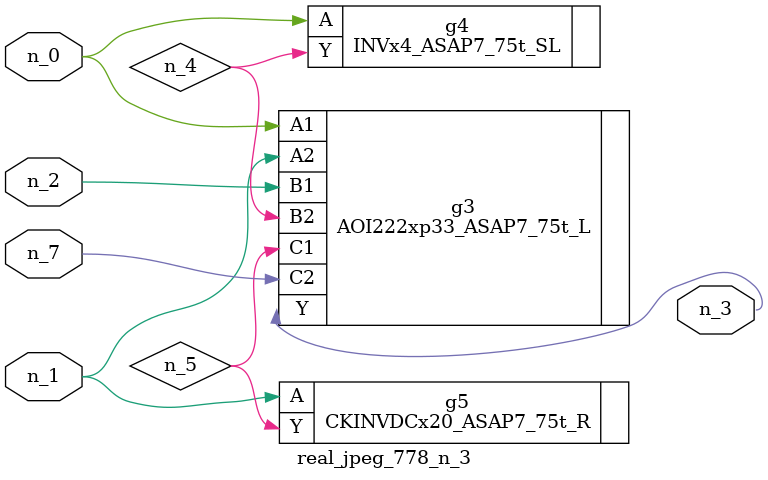
<source format=v>
module real_jpeg_778_n_3 (n_7, n_1, n_0, n_2, n_3);

input n_7;
input n_1;
input n_0;
input n_2;

output n_3;

wire n_5;
wire n_4;

AOI222xp33_ASAP7_75t_L g3 ( 
.A1(n_0),
.A2(n_1),
.B1(n_2),
.B2(n_4),
.C1(n_5),
.C2(n_7),
.Y(n_3)
);

INVx4_ASAP7_75t_SL g4 ( 
.A(n_0),
.Y(n_4)
);

CKINVDCx20_ASAP7_75t_R g5 ( 
.A(n_1),
.Y(n_5)
);


endmodule
</source>
